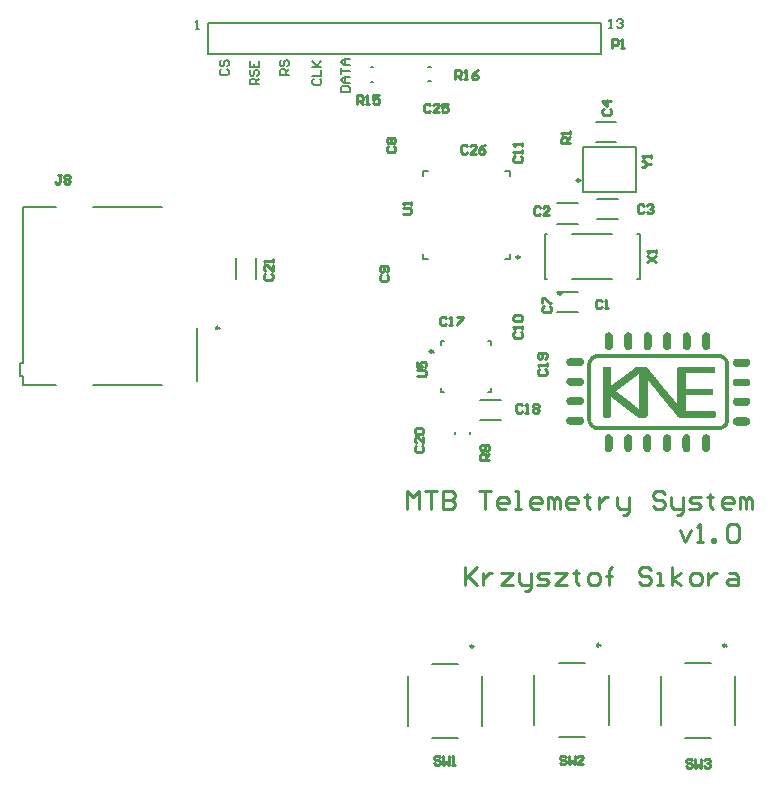
<source format=gto>
%FSLAX23Y23*%
%MOIN*%
%SFA1B1*%

%IPPOS*%
%ADD10C,0.009840*%
%ADD11C,0.009450*%
%ADD12C,0.007870*%
%ADD13C,0.010000*%
%ADD14C,0.005000*%
%ADD15C,0.006000*%
%LNmtb_telemetry_system_pcb-1*%
%LPD*%
G36*
X6101Y3456D02*
X6103D01*
Y3456*
X6104*
Y3455*
X6105*
Y3455*
X6106*
Y3454*
X6107*
Y3453*
X6108*
Y3453*
X6108*
Y3452*
X6109*
Y3451*
X6109*
Y3450*
X6110*
Y3449*
X6111*
Y3448*
X6111*
Y3424*
Y3423*
Y3408*
X6111*
Y3406*
X6110*
Y3405*
X6109*
Y3405*
X6109*
Y3403*
X6108*
Y3403*
X6108*
Y3402*
X6107*
Y3402*
X6107*
Y3401*
X6105*
Y3401*
X6105*
Y3400*
X6104*
Y3399*
X6102*
Y3399*
X6099*
Y3398*
X6097*
Y3399*
X6094*
Y3399*
X6093*
Y3400*
X6091*
Y3401*
X6090*
Y3401*
X6090*
Y3402*
X6089*
Y3402*
X6089*
Y3403*
X6088*
Y3403*
X6087*
Y3404*
X6087*
Y3405*
X6086*
Y3406*
X6086*
Y3408*
X6085*
Y3409*
X6084*
Y3446*
X6085*
Y3448*
X6086*
Y3449*
X6086*
Y3451*
X6087*
Y3452*
X6087*
Y3452*
X6088*
Y3453*
X6089*
Y3453*
X6089*
Y3454*
X6090*
Y3455*
X6090*
Y3455*
X6091*
Y3456*
X6093*
Y3456*
X6094*
Y3457*
X6101*
Y3456*
G37*
G36*
X6036D02*
X6038D01*
Y3456*
X6039*
Y3455*
X6040*
Y3455*
X6041*
Y3454*
X6041*
Y3453*
X6042*
Y3453*
X6043*
Y3452*
X6043*
Y3452*
X6044*
Y3451*
X6044*
Y3449*
X6045*
Y3448*
X6045*
Y3446*
X6046*
Y3410*
X6045*
Y3408*
X6045*
Y3406*
X6044*
Y3405*
X6044*
Y3404*
X6043*
Y3403*
X6043*
Y3403*
X6042*
Y3402*
X6041*
Y3402*
X6041*
Y3401*
X6040*
Y3401*
X6039*
Y3400*
X6038*
Y3399*
X6036*
Y3399*
X6033*
Y3398*
X6032*
Y3399*
X6029*
Y3399*
X6027*
Y3400*
X6026*
Y3401*
X6025*
Y3401*
X6024*
Y3402*
X6023*
Y3402*
X6023*
Y3403*
X6022*
Y3403*
X6022*
Y3405*
X6021*
Y3405*
X6020*
Y3406*
X6020*
Y3408*
X6019*
Y3412*
X6019*
Y3441*
X6019*
Y3442*
X6019*
Y3444*
X6019*
Y3448*
X6020*
Y3449*
X6020*
Y3451*
X6021*
Y3451*
X6022*
Y3452*
X6022*
Y3453*
X6023*
Y3453*
X6023*
Y3454*
X6025*
Y3455*
X6025*
Y3455*
X6026*
Y3456*
X6027*
Y3456*
X6029*
Y3457*
X6036*
Y3456*
G37*
G36*
X5971D02*
X5973D01*
Y3456*
X5975*
Y3455*
X5975*
Y3455*
X5976*
Y3454*
X5977*
Y3453*
X5977*
Y3453*
X5978*
Y3452*
X5979*
Y3452*
X5979*
Y3451*
X5980*
Y3449*
X5980*
Y3448*
X5981*
Y3446*
X5982*
Y3410*
X5981*
Y3408*
X5980*
Y3406*
X5980*
Y3405*
X5979*
Y3404*
X5979*
Y3403*
X5978*
Y3403*
X5977*
Y3402*
X5977*
Y3402*
X5976*
Y3401*
X5976*
Y3401*
X5975*
Y3400*
X5973*
Y3399*
X5972*
Y3399*
X5969*
Y3398*
X5968*
Y3399*
X5964*
Y3399*
X5962*
Y3400*
X5961*
Y3401*
X5960*
Y3401*
X5959*
Y3402*
X5959*
Y3402*
X5958*
Y3403*
X5958*
Y3403*
X5957*
Y3404*
X5957*
Y3405*
X5956*
Y3406*
X5955*
Y3408*
X5955*
Y3410*
X5954*
Y3416*
Y3417*
Y3445*
X5955*
Y3448*
X5955*
Y3449*
X5956*
Y3451*
X5957*
Y3451*
X5957*
Y3452*
X5958*
Y3453*
X5958*
Y3453*
X5959*
Y3454*
X5959*
Y3455*
X5961*
Y3455*
X5962*
Y3456*
X5963*
Y3456*
X5964*
Y3457*
X5971*
Y3456*
G37*
G36*
X5907D02*
X5908D01*
Y3456*
X5909*
Y3455*
X5910*
Y3455*
X5911*
Y3454*
X5912*
Y3453*
X5912*
Y3453*
X5913*
Y3452*
X5914*
Y3451*
X5914*
Y3450*
X5915*
Y3449*
X5915*
Y3448*
X5916*
Y3408*
X5915*
Y3406*
X5915*
Y3405*
X5914*
Y3405*
X5914*
Y3403*
X5913*
Y3403*
X5912*
Y3402*
X5912*
Y3402*
X5911*
Y3401*
X5911*
Y3401*
X5909*
Y3400*
X5908*
Y3399*
X5907*
Y3399*
X5904*
Y3398*
X5901*
Y3399*
X5898*
Y3399*
X5897*
Y3400*
X5895*
Y3401*
X5894*
Y3401*
X5894*
Y3402*
X5893*
Y3402*
X5893*
Y3403*
X5892*
Y3403*
X5891*
Y3405*
X5891*
Y3405*
X5890*
Y3406*
X5890*
Y3408*
X5889*
Y3447*
X5890*
Y3449*
X5890*
Y3451*
X5891*
Y3451*
X5891*
Y3452*
X5892*
Y3453*
X5893*
Y3453*
X5893*
Y3454*
X5894*
Y3455*
X5895*
Y3455*
X5895*
Y3456*
X5897*
Y3456*
X5898*
Y3457*
X5907*
Y3456*
G37*
G36*
X5842D02*
X5844D01*
Y3456*
X5845*
Y3455*
X5846*
Y3455*
X5847*
Y3454*
X5848*
Y3453*
X5848*
Y3453*
X5849*
Y3452*
X5850*
Y3451*
X5850*
Y3450*
X5851*
Y3449*
X5851*
Y3447*
X5852*
Y3409*
X5851*
Y3406*
X5851*
Y3406*
X5850*
Y3405*
X5850*
Y3403*
X5849*
Y3403*
X5848*
Y3402*
X5848*
Y3402*
X5847*
Y3401*
X5846*
Y3401*
X5845*
Y3400*
X5844*
Y3399*
X5843*
Y3399*
X5840*
Y3398*
X5837*
Y3399*
X5834*
Y3399*
X5833*
Y3400*
X5832*
Y3401*
X5831*
Y3401*
X5830*
Y3402*
X5829*
Y3402*
X5829*
Y3403*
X5828*
Y3404*
X5827*
Y3405*
X5827*
Y3406*
X5826*
Y3407*
X5826*
Y3409*
X5825*
Y3447*
X5826*
Y3448*
Y3448*
Y3449*
X5826*
Y3450*
X5827*
Y3451*
X5827*
Y3452*
X5828*
Y3452*
X5829*
Y3453*
X5829*
Y3454*
X5830*
Y3455*
X5831*
Y3455*
X5832*
Y3456*
X5833*
Y3456*
X5835*
Y3457*
X5842*
Y3456*
G37*
G36*
X5777D02*
X5779D01*
Y3456*
X5780*
Y3455*
X5781*
Y3455*
X5782*
Y3454*
X5782*
Y3453*
X5783*
Y3453*
X5783*
Y3452*
X5784*
Y3452*
X5784*
Y3451*
X5785*
Y3450*
X5786*
Y3448*
X5786*
Y3446*
X5787*
Y3409*
X5786*
Y3408*
X5786*
Y3406*
X5785*
Y3405*
X5784*
Y3404*
X5784*
Y3403*
X5783*
Y3402*
X5783*
Y3402*
X5782*
Y3401*
X5781*
Y3401*
X5780*
Y3400*
X5779*
Y3399*
X5777*
Y3399*
X5775*
Y3398*
X5771*
Y3399*
X5769*
Y3399*
X5767*
Y3400*
X5766*
Y3401*
X5765*
Y3401*
X5765*
Y3402*
X5763*
Y3402*
X5763*
Y3403*
X5762*
Y3404*
X5762*
Y3405*
X5761*
Y3406*
X5761*
Y3407*
X5760*
Y3409*
X5759*
Y3446*
X5760*
Y3448*
X5761*
Y3449*
Y3450*
X5761*
Y3451*
X5762*
Y3452*
X5762*
Y3452*
X5763*
Y3453*
X5763*
Y3453*
X5764*
Y3454*
X5765*
Y3455*
X5765*
Y3455*
X5766*
Y3456*
X5768*
Y3456*
X5769*
Y3457*
X5777*
Y3456*
G37*
G36*
X5681Y3371D02*
X5683D01*
Y3370*
X5684*
Y3370*
X5684*
Y3369*
X5686*
Y3369*
X5686*
Y3368*
X5687*
Y3367*
X5687*
Y3367*
X5688*
Y3366*
X5688*
Y3365*
X5689*
Y3364*
X5690*
Y3362*
X5690*
Y3359*
X5691*
Y3357*
X5690*
Y3354*
X5690*
Y3352*
X5689*
Y3352*
X5688*
Y3351*
X5688*
Y3350*
X5687*
Y3349*
X5687*
Y3348*
X5686*
Y3348*
X5685*
Y3347*
X5684*
Y3346*
X5683*
Y3346*
X5682*
Y3345*
X5680*
Y3345*
X5642*
Y3345*
X5640*
Y3346*
X5639*
Y3346*
X5638*
Y3347*
X5637*
Y3348*
X5637*
Y3348*
X5636*
Y3349*
X5636*
Y3349*
X5635*
Y3350*
X5634*
Y3351*
X5634*
Y3352*
X5633*
Y3353*
X5633*
Y3355*
X5632*
Y3362*
X5633*
Y3363*
X5633*
Y3364*
X5634*
Y3366*
X5634*
Y3367*
X5635*
Y3367*
X5636*
Y3368*
X5636*
Y3369*
X5637*
Y3369*
X5638*
Y3370*
X5639*
Y3370*
X5640*
Y3371*
X5641*
Y3371*
X5681*
Y3371*
G37*
G36*
X6234Y3369D02*
X6236D01*
Y3368*
X6237*
Y3367*
X6239*
Y3367*
X6240*
Y3366*
X6240*
Y3366*
X6241*
Y3365*
X6241*
Y3364*
X6242*
Y3364*
X6243*
Y3363*
X6243*
Y3362*
X6244*
Y3361*
X6244*
Y3359*
X6245*
Y3352*
X6244*
Y3351*
X6244*
Y3349*
X6243*
Y3348*
X6243*
Y3348*
X6242*
Y3346*
X6241*
Y3346*
X6241*
Y3345*
X6240*
Y3345*
X6239*
Y3344*
X6239*
Y3344*
X6237*
Y3343*
X6236*
Y3342*
X6233*
Y3342*
X6199*
Y3342*
X6196*
Y3343*
X6194*
Y3344*
X6193*
Y3344*
X6192*
Y3345*
X6191*
Y3345*
X6191*
Y3346*
X6190*
Y3346*
X6190*
Y3347*
X6189*
Y3348*
X6189*
Y3349*
X6188*
Y3350*
X6187*
Y3352*
X6187*
Y3355*
X6186*
Y3356*
X6187*
Y3359*
X6187*
Y3361*
X6188*
Y3362*
X6189*
Y3363*
X6189*
Y3364*
X6190*
Y3364*
X6190*
Y3365*
X6191*
Y3366*
X6191*
Y3366*
X6192*
Y3367*
X6193*
Y3367*
X6194*
Y3368*
X6196*
Y3369*
X6198*
Y3369*
X6234*
Y3369*
G37*
G36*
X5679Y3306D02*
X5681D01*
Y3305*
X5683*
Y3305*
X5684*
Y3304*
X5685*
Y3303*
X5686*
Y3303*
X5686*
Y3302*
X5687*
Y3302*
X5687*
Y3301*
X5688*
Y3301*
X5688*
Y3299*
X5689*
Y3298*
X5690*
Y3297*
X5690*
Y3294*
X5691*
Y3292*
X5690*
Y3289*
X5690*
Y3287*
X5689*
Y3286*
X5688*
Y3285*
X5688*
Y3284*
X5687*
Y3284*
X5687*
Y3283*
X5686*
Y3283*
X5686*
Y3282*
X5685*
Y3281*
X5684*
Y3281*
X5683*
Y3280*
X5681*
Y3280*
X5678*
Y3279*
X5644*
Y3280*
X5641*
Y3280*
X5640*
Y3281*
X5638*
Y3281*
X5638*
Y3282*
X5637*
Y3283*
X5636*
Y3283*
X5636*
Y3284*
X5635*
Y3285*
X5634*
Y3285*
X5634*
Y3287*
X5633*
Y3288*
X5633*
Y3289*
X5632*
Y3296*
X5633*
Y3298*
X5633*
Y3299*
X5634*
Y3300*
X5634*
Y3301*
X5635*
Y3302*
X5636*
Y3302*
X5636*
Y3303*
X5637*
Y3303*
X5637*
Y3304*
X5638*
Y3305*
X5640*
Y3305*
X5641*
Y3306*
X5643*
Y3306*
X5679*
Y3306*
G37*
G36*
X6236Y3303D02*
X6237D01*
Y3302*
X6238*
Y3302*
X6239*
Y3301*
X6240*
Y3301*
X6241*
Y3300*
X6241*
Y3299*
X6242*
Y3298*
X6243*
Y3298*
X6243*
Y3296*
X6244*
Y3295*
X6244*
Y3294*
X6245*
Y3287*
X6244*
Y3285*
X6244*
Y3284*
X6243*
Y3283*
X6243*
Y3282*
X6242*
Y3281*
X6241*
Y3280*
X6240*
Y3280*
X6240*
Y3279*
X6239*
Y3278*
X6238*
Y3278*
X6237*
Y3277*
X6235*
Y3277*
X6197*
Y3277*
X6195*
Y3278*
X6194*
Y3278*
X6193*
Y3279*
X6192*
Y3280*
X6191*
Y3280*
X6190*
Y3281*
X6190*
Y3281*
X6189*
Y3283*
X6189*
Y3283*
X6188*
Y3284*
X6187*
Y3286*
X6187*
Y3289*
X6186*
Y3291*
X6187*
Y3294*
X6187*
Y3296*
X6188*
Y3297*
X6189*
Y3298*
X6189*
Y3299*
X6190*
Y3299*
X6190*
Y3300*
X6191*
Y3301*
X6191*
Y3301*
X6193*
Y3302*
X6193*
Y3302*
X6194*
Y3303*
X6196*
Y3303*
X6236*
Y3303*
G37*
G36*
X5679Y3241D02*
X5681D01*
Y3241*
X5683*
Y3240*
X5684*
Y3239*
X5685*
Y3239*
X5686*
Y3238*
X5686*
Y3238*
X5687*
Y3237*
X5687*
Y3237*
X5688*
Y3236*
X5688*
Y3235*
X5689*
Y3234*
X5690*
Y3232*
X5690*
Y3228*
X5691*
Y3227*
X5690*
Y3224*
X5690*
Y3223*
X5689*
Y3221*
X5688*
Y3220*
X5688*
Y3220*
X5687*
Y3219*
X5687*
Y3219*
X5686*
Y3218*
X5686*
Y3217*
X5685*
Y3217*
X5684*
Y3216*
X5683*
Y3216*
X5681*
Y3215*
X5679*
Y3214*
X5643*
Y3215*
X5641*
Y3216*
X5640*
Y3216*
X5638*
Y3217*
X5637*
Y3217*
X5637*
Y3218*
X5636*
Y3219*
X5636*
Y3219*
X5635*
Y3220*
X5634*
Y3221*
X5634*
Y3221*
X5633*
Y3223*
X5633*
Y3225*
X5632*
Y3232*
X5633*
Y3233*
X5633*
Y3234*
X5634*
Y3235*
X5634*
Y3237*
X5635*
Y3237*
X5636*
Y3238*
X5636*
Y3238*
X5637*
Y3239*
X5638*
Y3239*
X5638*
Y3240*
X5640*
Y3241*
X5641*
Y3241*
X5644*
Y3242*
X5679*
Y3241*
G37*
G36*
X6235Y3238D02*
X6237D01*
Y3238*
X6238*
Y3237*
X6239*
Y3237*
X6240*
Y3236*
X6240*
Y3235*
X6241*
Y3235*
X6241*
Y3234*
X6242*
Y3234*
X6243*
Y3233*
X6243*
Y3232*
X6244*
Y3231*
X6244*
Y3229*
X6245*
Y3222*
X6244*
Y3220*
X6244*
Y3219*
X6243*
Y3218*
X6243*
Y3217*
X6242*
Y3216*
X6241*
Y3216*
X6241*
Y3215*
X6240*
Y3214*
X6239*
Y3214*
X6238*
Y3213*
X6237*
Y3213*
X6236*
Y3212*
X6197*
Y3213*
X6194*
Y3213*
X6193*
Y3214*
X6193*
Y3214*
X6191*
Y3215*
X6191*
Y3216*
X6190*
Y3216*
X6190*
Y3217*
X6189*
Y3218*
X6189*
Y3219*
X6188*
Y3220*
X6187*
Y3221*
X6187*
Y3224*
X6186*
Y3227*
X6187*
Y3230*
X6187*
Y3231*
X6188*
Y3233*
X6189*
Y3233*
X6189*
Y3234*
X6190*
Y3235*
X6190*
Y3235*
X6191*
Y3236*
X6192*
Y3237*
X6193*
Y3237*
X6194*
Y3238*
X6195*
Y3238*
X6197*
Y3239*
X6235*
Y3238*
G37*
G36*
X5681Y3176D02*
X5682D01*
Y3175*
X5684*
Y3174*
X5684*
Y3174*
X5686*
Y3173*
X5686*
Y3173*
X5687*
Y3172*
X5687*
Y3171*
X5688*
Y3170*
X5688*
Y3170*
X5689*
Y3169*
X5690*
Y3167*
X5690*
Y3164*
X5691*
Y3161*
X5690*
Y3158*
X5690*
Y3157*
X5689*
Y3156*
X5688*
Y3155*
X5688*
Y3154*
X5687*
Y3153*
X5687*
Y3153*
X5686*
Y3152*
X5686*
Y3152*
X5685*
Y3151*
X5684*
Y3151*
X5683*
Y3150*
X5681*
Y3149*
X5676*
Y3149*
X5646*
Y3149*
X5641*
Y3150*
X5640*
Y3151*
X5638*
Y3151*
X5638*
Y3152*
X5637*
Y3152*
X5636*
Y3153*
X5636*
Y3153*
X5635*
Y3154*
X5634*
Y3155*
X5634*
Y3156*
X5633*
Y3157*
X5633*
Y3159*
X5632*
Y3167*
X5633*
Y3168*
X5633*
Y3170*
X5634*
Y3170*
X5634*
Y3171*
X5635*
Y3172*
X5636*
Y3173*
X5636*
Y3173*
X5637*
Y3174*
X5638*
Y3174*
X5639*
Y3175*
X5640*
Y3176*
X5642*
Y3176*
X5681*
Y3176*
G37*
G36*
X6234Y3173D02*
X6236D01*
Y3173*
X6237*
Y3172*
X6239*
Y3171*
X6240*
Y3171*
X6240*
Y3170*
X6241*
Y3170*
X6241*
Y3169*
X6242*
Y3169*
X6243*
Y3168*
X6243*
Y3167*
X6244*
Y3166*
X6244*
Y3164*
X6245*
Y3156*
X6244*
Y3155*
X6244*
Y3153*
X6243*
Y3152*
X6243*
Y3152*
X6242*
Y3151*
X6241*
Y3151*
X6241*
Y3150*
X6240*
Y3149*
X6240*
Y3149*
X6239*
Y3148*
X6238*
Y3148*
X6236*
Y3147*
X6234*
Y3146*
X6197*
Y3147*
X6195*
Y3148*
X6194*
Y3148*
X6193*
Y3149*
X6192*
Y3149*
X6191*
Y3150*
X6190*
Y3151*
X6190*
Y3152*
X6189*
Y3152*
X6189*
Y3153*
X6188*
Y3154*
X6187*
Y3156*
X6187*
Y3158*
X6186*
Y3162*
X6187*
Y3164*
X6187*
Y3166*
X6188*
Y3167*
X6189*
Y3168*
X6189*
Y3169*
X6190*
Y3169*
X6190*
Y3170*
X6191*
Y3170*
X6191*
Y3171*
X6192*
Y3171*
X6193*
Y3172*
X6194*
Y3173*
X6196*
Y3173*
X6198*
Y3174*
X6234*
Y3173*
G37*
G36*
X6143Y3384D02*
X6147D01*
Y3384*
X6149*
Y3383*
X6151*
Y3383*
X6152*
Y3382*
X6154*
Y3381*
X6155*
Y3381*
X6156*
Y3380*
X6157*
Y3380*
X6158*
Y3379*
X6159*
Y3378*
X6160*
Y3378*
X6161*
Y3377*
X6161*
Y3377*
X6162*
Y3376*
X6163*
Y3376*
X6164*
Y3375*
X6164*
Y3374*
X6165*
Y3374*
X6165*
Y3373*
X6166*
Y3373*
X6166*
Y3371*
X6167*
Y3371*
X6168*
Y3370*
X6168*
Y3369*
X6169*
Y3369*
X6169*
Y3367*
X6170*
Y3367*
X6171*
Y3366*
X6171*
Y3364*
X6172*
Y3363*
X6172*
Y3362*
X6173*
Y3360*
X6173*
Y3358*
X6174*
Y3355*
X6175*
Y3161*
X6174*
Y3158*
X6173*
Y3156*
X6173*
Y3154*
X6172*
Y3153*
X6172*
Y3151*
X6171*
Y3150*
X6171*
Y3149*
X6170*
Y3148*
X6169*
Y3147*
X6169*
Y3146*
X6168*
Y3145*
X6168*
Y3145*
X6167*
Y3144*
X6166*
Y3143*
X6166*
Y3142*
X6165*
Y3142*
X6165*
Y3141*
X6164*
Y3141*
X6164*
Y3140*
X6163*
Y3139*
X6162*
Y3139*
X6161*
Y3138*
X6161*
Y3138*
X6160*
Y3137*
X6159*
Y3137*
X6158*
Y3136*
X6157*
Y3135*
X6156*
Y3135*
X6155*
Y3134*
X6154*
Y3134*
X6152*
Y3133*
X6151*
Y3132*
X6149*
Y3132*
X6147*
Y3131*
X6143*
Y3131*
X5734*
Y3131*
X5730*
Y3132*
X5728*
Y3132*
X5726*
Y3133*
X5725*
Y3134*
X5723*
Y3134*
X5722*
Y3135*
X5721*
Y3135*
X5720*
Y3136*
X5719*
Y3137*
X5718*
Y3137*
X5717*
Y3138*
X5716*
Y3138*
X5716*
Y3139*
X5715*
Y3139*
X5714*
Y3140*
X5713*
Y3141*
X5713*
Y3141*
X5712*
Y3142*
X5712*
Y3142*
X5711*
Y3143*
X5711*
Y3144*
X5710*
Y3145*
X5709*
Y3145*
X5709*
Y3146*
X5708*
Y3147*
X5708*
Y3148*
X5707*
Y3149*
X5706*
Y3150*
X5706*
Y3151*
X5705*
Y3153*
X5705*
Y3154*
X5704*
Y3156*
X5704*
Y3158*
X5703*
Y3161*
X5702*
Y3355*
X5703*
Y3358*
X5704*
Y3360*
X5704*
Y3362*
X5705*
Y3363*
X5705*
Y3364*
X5706*
Y3366*
X5706*
Y3367*
X5707*
Y3367*
X5708*
Y3369*
X5708*
Y3369*
X5709*
Y3370*
X5709*
Y3371*
X5710*
Y3371*
X5711*
Y3373*
X5711*
Y3373*
X5712*
Y3374*
X5712*
Y3374*
X5713*
Y3375*
X5713*
Y3376*
X5714*
Y3376*
X5715*
Y3377*
X5716*
Y3377*
X5716*
Y3378*
X5717*
Y3378*
X5718*
Y3379*
X5719*
Y3380*
X5720*
Y3380*
X5721*
Y3381*
X5722*
Y3381*
X5723*
Y3382*
X5725*
Y3383*
X5726*
Y3383*
X5728*
Y3384*
X5730*
Y3384*
X5734*
Y3385*
X6143*
Y3384*
G37*
G36*
X6099Y3117D02*
X6101D01*
Y3116*
X6103*
Y3116*
X6104*
Y3115*
X6105*
Y3114*
X6106*
Y3114*
X6107*
Y3113*
X6107*
Y3113*
X6108*
Y3112*
X6108*
Y3111*
X6109*
Y3110*
X6109*
Y3109*
X6110*
Y3107*
X6111*
Y3068*
X6110*
Y3067*
X6109*
Y3066*
X6109*
Y3064*
X6108*
Y3064*
X6108*
Y3063*
X6107*
Y3062*
X6107*
Y3062*
X6106*
Y3061*
X6105*
Y3060*
X6104*
Y3060*
X6102*
Y3059*
X6101*
Y3059*
X6094*
Y3059*
X6092*
Y3060*
X6091*
Y3060*
X6090*
Y3061*
X6089*
Y3062*
X6089*
Y3062*
X6088*
Y3063*
X6087*
Y3063*
X6087*
Y3064*
X6086*
Y3064*
X6086*
Y3066*
X6085*
Y3067*
X6084*
Y3069*
X6084*
Y3107*
X6084*
Y3109*
X6085*
Y3110*
X6086*
Y3111*
X6086*
Y3112*
X6087*
Y3113*
X6087*
Y3113*
X6088*
Y3114*
X6089*
Y3114*
X6090*
Y3115*
X6090*
Y3116*
X6091*
Y3116*
X6093*
Y3117*
X6096*
Y3117*
X6099*
Y3117*
G37*
G36*
X6033D02*
X6036D01*
Y3116*
X6037*
Y3116*
X6039*
Y3115*
X6040*
Y3114*
X6040*
Y3114*
X6041*
Y3113*
X6041*
Y3113*
X6042*
Y3112*
X6043*
Y3112*
X6043*
Y3110*
X6044*
Y3109*
X6044*
Y3108*
X6045*
Y3106*
X6045*
Y3070*
X6045*
Y3067*
X6044*
Y3066*
X6044*
Y3065*
X6043*
Y3064*
X6043*
Y3063*
X6042*
Y3063*
X6041*
Y3062*
X6041*
Y3062*
X6040*
Y3061*
X6039*
Y3060*
X6039*
Y3060*
X6037*
Y3059*
X6035*
Y3059*
X6029*
Y3059*
X6027*
Y3060*
X6026*
Y3060*
X6025*
Y3061*
X6024*
Y3062*
X6023*
Y3062*
X6022*
Y3063*
X6022*
Y3063*
X6021*
Y3064*
X6020*
Y3065*
X6020*
Y3066*
X6019*
Y3068*
X6019*
Y3071*
X6018*
Y3105*
X6019*
Y3107*
X6019*
Y3109*
X6020*
Y3110*
X6020*
Y3111*
X6021*
Y3112*
X6022*
Y3113*
X6022*
Y3113*
X6023*
Y3114*
X6023*
Y3114*
X6025*
Y3115*
X6025*
Y3116*
X6026*
Y3116*
X6028*
Y3117*
X6031*
Y3117*
X6033*
Y3117*
G37*
G36*
X5968D02*
X5971D01*
Y3116*
X5973*
Y3116*
X5974*
Y3115*
X5975*
Y3114*
X5976*
Y3114*
X5976*
Y3113*
X5977*
Y3113*
X5977*
Y3112*
X5978*
Y3112*
X5979*
Y3110*
X5979*
Y3109*
X5980*
Y3108*
X5980*
Y3105*
X5981*
Y3080*
Y3080*
Y3070*
X5980*
Y3068*
X5980*
Y3066*
X5979*
Y3065*
X5979*
Y3064*
X5978*
Y3063*
X5977*
Y3063*
X5977*
Y3062*
X5976*
Y3062*
X5976*
Y3061*
X5975*
Y3060*
X5973*
Y3060*
X5972*
Y3059*
X5970*
Y3059*
X5964*
Y3059*
X5962*
Y3060*
X5961*
Y3060*
X5960*
Y3061*
X5959*
Y3062*
X5958*
Y3062*
X5958*
Y3063*
X5957*
Y3063*
X5957*
Y3064*
X5956*
Y3065*
X5955*
Y3066*
X5955*
Y3068*
X5954*
Y3070*
X5954*
Y3105*
X5954*
Y3108*
X5955*
Y3109*
X5955*
Y3110*
X5956*
Y3112*
X5957*
Y3112*
X5957*
Y3113*
X5958*
Y3113*
X5958*
Y3114*
X5959*
Y3114*
X5959*
Y3115*
X5961*
Y3116*
X5962*
Y3116*
X5964*
Y3117*
X5966*
Y3117*
X5968*
Y3117*
G37*
G36*
X5904D02*
X5907D01*
Y3116*
X5908*
Y3116*
X5909*
Y3115*
X5910*
Y3114*
X5911*
Y3114*
X5911*
Y3113*
X5912*
Y3113*
X5912*
Y3112*
X5913*
Y3111*
X5914*
Y3110*
X5914*
Y3109*
X5915*
Y3107*
X5915*
Y3069*
X5915*
Y3067*
X5914*
Y3066*
X5914*
Y3064*
X5913*
Y3064*
X5912*
Y3063*
X5912*
Y3062*
X5911*
Y3062*
X5910*
Y3061*
X5909*
Y3060*
X5908*
Y3060*
X5907*
Y3059*
X5906*
Y3059*
X5898*
Y3059*
X5896*
Y3060*
X5895*
Y3060*
X5894*
Y3061*
X5893*
Y3062*
X5893*
Y3062*
X5892*
Y3063*
X5891*
Y3063*
X5891*
Y3064*
X5890*
Y3065*
X5890*
Y3067*
X5889*
Y3068*
X5888*
Y3092*
Y3093*
Y3107*
X5889*
Y3109*
X5890*
Y3110*
X5890*
Y3112*
X5891*
Y3112*
X5891*
Y3113*
X5892*
Y3113*
X5893*
Y3114*
X5893*
Y3114*
X5894*
Y3115*
X5895*
Y3116*
X5896*
Y3116*
X5897*
Y3117*
X5900*
Y3117*
X5904*
Y3117*
G37*
G36*
X5839D02*
X5842D01*
Y3116*
X5844*
Y3116*
X5845*
Y3115*
X5845*
Y3114*
X5847*
Y3114*
X5847*
Y3113*
X5848*
Y3113*
X5848*
Y3112*
X5849*
Y3111*
X5850*
Y3110*
X5850*
Y3109*
X5851*
Y3107*
X5851*
Y3069*
X5851*
Y3067*
X5850*
Y3066*
X5850*
Y3064*
X5849*
Y3064*
X5848*
Y3063*
X5848*
Y3062*
X5847*
Y3062*
X5846*
Y3061*
X5845*
Y3060*
X5844*
Y3060*
X5843*
Y3059*
X5841*
Y3059*
X5834*
Y3059*
X5833*
Y3060*
X5832*
Y3060*
X5830*
Y3061*
X5830*
Y3062*
X5829*
Y3062*
X5828*
Y3063*
X5827*
Y3064*
X5827*
Y3064*
X5826*
Y3066*
X5826*
Y3067*
X5825*
Y3069*
X5825*
Y3107*
X5825*
Y3109*
X5826*
Y3110*
X5826*
Y3111*
X5827*
Y3112*
X5827*
Y3113*
X5828*
Y3113*
X5829*
Y3114*
X5829*
Y3114*
X5830*
Y3115*
X5831*
Y3116*
X5832*
Y3116*
X5834*
Y3117*
X5837*
Y3117*
X5839*
Y3117*
G37*
G36*
X5775D02*
X5777D01*
Y3116*
X5779*
Y3116*
X5779*
Y3115*
X5780*
Y3114*
X5781*
Y3114*
X5782*
Y3113*
X5782*
Y3113*
X5783*
Y3112*
X5783*
Y3112*
X5784*
Y3111*
X5784*
Y3110*
X5785*
Y3108*
X5786*
Y3106*
X5786*
Y3070*
X5786*
Y3067*
X5785*
Y3066*
X5784*
Y3065*
X5784*
Y3064*
X5783*
Y3063*
X5783*
Y3063*
X5782*
Y3062*
X5782*
Y3062*
X5781*
Y3061*
X5780*
Y3060*
X5779*
Y3060*
X5778*
Y3059*
X5776*
Y3059*
X5769*
Y3059*
X5767*
Y3060*
X5766*
Y3060*
X5765*
Y3061*
X5764*
Y3062*
X5763*
Y3062*
X5763*
Y3063*
X5762*
Y3063*
X5762*
Y3064*
X5761*
Y3064*
X5761*
Y3066*
X5760*
Y3067*
X5759*
Y3069*
X5759*
Y3106*
X5759*
Y3109*
X5760*
Y3110*
X5761*
Y3111*
X5761*
Y3112*
X5762*
Y3113*
X5762*
Y3113*
X5763*
Y3114*
X5763*
Y3114*
X5765*
Y3115*
X5765*
Y3116*
X5766*
Y3116*
X5768*
Y3117*
X5770*
Y3117*
X5775*
Y3117*
G37*
%LNmtb_telemetry_system_pcb-2*%
%LPC*%
G36*
X6144Y3372D02*
X5733D01*
Y3371*
X5731*
Y3371*
X5729*
Y3370*
X5728*
Y3370*
X5727*
Y3369*
X5726*
Y3369*
X5725*
Y3368*
X5724*
Y3367*
X5723*
Y3367*
X5723*
Y3366*
X5722*
Y3366*
X5722*
Y3365*
X5721*
Y3364*
X5720*
Y3364*
X5720*
Y3363*
X5719*
Y3363*
X5719*
Y3362*
X5718*
Y3361*
X5718*
Y3360*
X5717*
Y3359*
X5716*
Y3357*
X5716*
Y3355*
X5715*
Y3352*
X5715*
Y3164*
X5715*
Y3160*
X5716*
Y3159*
X5716*
Y3157*
X5717*
Y3156*
X5718*
Y3155*
X5718*
Y3154*
X5719*
Y3153*
X5719*
Y3152*
X5720*
Y3152*
X5720*
Y3151*
X5721*
Y3151*
X5722*
Y3150*
X5722*
Y3149*
X5723*
Y3148*
X5724*
Y3148*
X5725*
Y3147*
X5726*
Y3146*
X5727*
Y3146*
X5728*
Y3145*
X5729*
Y3145*
X5730*
Y3144*
X5733*
Y3144*
X6144*
Y3144*
X6147*
Y3145*
X6148*
Y3145*
X6149*
Y3146*
X6150*
Y3146*
X6151*
Y3147*
X6152*
Y3148*
X6153*
Y3148*
X6154*
Y3149*
X6154*
Y3149*
X6155*
Y3150*
X6155*
Y3151*
X6156*
Y3151*
X6157*
Y3152*
X6157*
Y3152*
X6158*
Y3153*
X6158*
Y3154*
X6159*
Y3155*
X6159*
Y3156*
X6160*
Y3157*
X6161*
Y3159*
X6161*
Y3160*
X6162*
Y3164*
X6162*
Y3306*
Y3306*
Y3352*
X6162*
Y3355*
X6161*
Y3357*
X6161*
Y3359*
X6160*
Y3360*
X6159*
Y3360*
X6159*
Y3362*
X6158*
Y3363*
X6158*
Y3363*
X6157*
Y3364*
X6157*
Y3364*
X6156*
Y3365*
X6155*
Y3366*
X6155*
Y3366*
X6154*
Y3367*
X6154*
Y3367*
X6153*
Y3368*
X6152*
Y3369*
X6151*
Y3369*
X6150*
Y3370*
X6149*
Y3370*
X6148*
Y3371*
X6146*
Y3371*
X6144*
Y3372*
G37*
%LNmtb_telemetry_system_pcb-3*%
%LPD*%
G36*
X6122Y3342D02*
X6124D01*
Y3342*
X6125*
Y3341*
X6126*
Y3341*
X6126*
Y3340*
X6127*
Y3339*
X6127*
Y3337*
X6128*
Y3327*
X6127*
Y3325*
X6127*
Y3324*
X6126*
Y3323*
X6126*
Y3323*
X6125*
Y3322*
X6124*
Y3321*
X6123*
Y3321*
X6031*
Y3270*
X6117*
Y3269*
X6118*
Y3269*
X6119*
Y3268*
X6120*
Y3267*
X6121*
Y3266*
X6121*
Y3266*
X6122*
Y3252*
X6121*
Y3251*
X6121*
Y3251*
X6120*
Y3250*
X6119*
Y3249*
X6119*
Y3249*
X6118*
Y3248*
X6116*
Y3248*
X6031*
Y3195*
Y3195*
X6125*
Y3194*
X6126*
Y3194*
X6127*
Y3193*
X6128*
Y3192*
X6129*
Y3192*
X6129*
Y3191*
X6130*
Y3177*
X6129*
Y3176*
X6129*
Y3175*
X6127*
Y3174*
X6127*
Y3174*
X6126*
Y3173*
X6125*
Y3173*
X6009*
Y3173*
X6007*
Y3174*
X6006*
Y3174*
X6005*
Y3175*
X6004*
Y3176*
X6004*
Y3176*
X6002*
Y3177*
X6002*
Y3177*
X6001*
Y3178*
X6001*
Y3179*
X6000*
Y3180*
X6000*
Y3180*
X5999*
Y3181*
X5998*
Y3181*
X5998*
Y3182*
X5997*
Y3183*
X5997*
Y3184*
X5996*
Y3184*
X5995*
Y3185*
X5995*
Y3186*
X5994*
Y3187*
X5994*
Y3187*
X5993*
Y3188*
X5993*
Y3189*
X5992*
Y3189*
X5991*
Y3190*
X5991*
Y3191*
X5990*
Y3192*
X5990*
Y3192*
X5989*
Y3193*
X5989*
Y3194*
X5988*
Y3195*
X5987*
Y3195*
X5987*
Y3196*
X5986*
Y3196*
X5986*
Y3197*
X5985*
Y3198*
X5984*
Y3199*
X5984*
Y3199*
X5983*
Y3200*
X5983*
Y3201*
X5982*
Y3202*
X5982*
Y3202*
X5981*
Y3203*
X5980*
Y3203*
X5980*
Y3205*
X5979*
Y3205*
X5979*
Y3206*
X5978*
Y3206*
X5977*
Y3207*
X5977*
Y3208*
X5976*
Y3209*
X5976*
Y3209*
X5975*
Y3210*
X5975*
Y3211*
X5974*
Y3212*
X5973*
Y3212*
X5973*
Y3213*
X5972*
Y3214*
X5972*
Y3214*
X5971*
Y3215*
X5970*
Y3216*
X5970*
Y3216*
X5969*
Y3217*
X5969*
Y3218*
X5968*
Y3219*
X5968*
Y3219*
X5967*
Y3220*
X5966*
Y3221*
X5966*
Y3221*
X5965*
Y3222*
X5965*
Y3223*
X5964*
Y3224*
X5964*
Y3224*
X5963*
Y3225*
X5962*
Y3226*
X5962*
Y3227*
X5961*
Y3227*
X5961*
Y3228*
X5960*
Y3228*
X5959*
Y3230*
X5959*
Y3230*
X5958*
Y3231*
X5958*
Y3231*
X5957*
Y3232*
X5957*
Y3233*
X5956*
Y3234*
X5955*
Y3234*
X5955*
Y3235*
X5954*
Y3235*
X5954*
Y3237*
X5953*
Y3237*
X5952*
Y3238*
X5952*
Y3239*
X5951*
Y3239*
X5951*
Y3240*
X5950*
Y3241*
X5950*
Y3241*
X5949*
Y3242*
X5948*
Y3243*
X5948*
Y3244*
X5947*
Y3244*
X5947*
Y3245*
X5946*
Y3246*
X5945*
Y3246*
X5945*
Y3247*
X5944*
Y3248*
X5944*
Y3249*
X5943*
Y3249*
X5943*
Y3250*
X5942*
Y3251*
X5941*
Y3252*
X5941*
Y3252*
X5940*
Y3253*
X5940*
Y3253*
X5939*
Y3254*
X5939*
Y3255*
X5938*
Y3256*
X5937*
Y3256*
X5937*
Y3257*
X5936*
Y3258*
X5936*
Y3259*
X5935*
Y3259*
X5934*
Y3260*
X5934*
Y3260*
X5933*
Y3262*
X5933*
Y3262*
X5932*
Y3263*
X5932*
Y3263*
X5931*
Y3264*
X5930*
Y3265*
X5930*
Y3266*
X5929*
Y3266*
X5929*
Y3267*
X5928*
Y3268*
X5927*
Y3269*
X5927*
Y3269*
X5926*
Y3270*
X5926*
Y3271*
X5925*
Y3271*
X5925*
Y3272*
X5924*
Y3273*
X5923*
Y3274*
X5923*
Y3274*
X5922*
Y3275*
X5922*
Y3276*
X5921*
Y3276*
X5920*
Y3277*
X5920*
Y3278*
X5919*
Y3278*
X5919*
Y3279*
X5918*
Y3280*
X5918*
Y3281*
X5917*
Y3281*
X5916*
Y3282*
X5916*
Y3283*
X5915*
Y3284*
X5915*
Y3284*
X5914*
Y3285*
X5914*
Y3285*
X5913*
Y3287*
X5912*
Y3287*
X5912*
Y3288*
X5911*
Y3288*
X5911*
Y3289*
X5910*
Y3290*
X5909*
Y3291*
X5909*
Y3291*
X5908*
Y3292*
X5908*
Y3293*
X5907*
Y3294*
X5907*
Y3294*
X5906*
Y3295*
X5905*
Y3296*
X5905*
Y3296*
X5904*
Y3297*
X5904*
Y3298*
X5903*
Y3178*
X5902*
Y3177*
X5902*
Y3176*
X5901*
Y3176*
X5901*
Y3175*
X5900*
Y3174*
X5900*
Y3174*
X5898*
Y3173*
X5897*
Y3173*
X5873*
Y3173*
X5871*
Y3174*
X5869*
Y3174*
X5868*
Y3175*
X5867*
Y3176*
X5866*
Y3176*
X5866*
Y3177*
X5865*
Y3177*
X5864*
Y3178*
X5863*
Y3178*
X5862*
Y3179*
X5862*
Y3180*
X5861*
Y3180*
X5860*
Y3181*
X5859*
Y3181*
X5859*
Y3182*
X5858*
Y3182*
X5857*
Y3183*
X5857*
Y3184*
X5856*
Y3184*
X5855*
Y3185*
X5854*
Y3185*
X5854*
Y3186*
X5853*
Y3187*
X5852*
Y3187*
X5851*
Y3188*
X5851*
Y3188*
X5850*
Y3189*
X5849*
Y3189*
X5848*
Y3190*
X5848*
Y3191*
X5847*
Y3191*
X5846*
Y3192*
X5845*
Y3192*
X5845*
Y3193*
X5844*
Y3194*
X5843*
Y3194*
X5843*
Y3195*
X5841*
Y3195*
X5841*
Y3196*
X5840*
Y3196*
X5840*
Y3197*
X5838*
Y3198*
X5838*
Y3198*
X5837*
Y3199*
X5836*
Y3199*
X5836*
Y3200*
X5835*
Y3201*
X5834*
Y3201*
X5833*
Y3202*
X5833*
Y3202*
X5832*
Y3203*
X5831*
Y3203*
X5830*
Y3204*
X5830*
Y3205*
X5829*
Y3205*
X5828*
Y3206*
X5827*
Y3206*
X5827*
Y3207*
X5826*
Y3207*
X5825*
Y3208*
X5825*
Y3209*
X5824*
Y3209*
X5823*
Y3210*
X5822*
Y3210*
X5822*
Y3211*
X5820*
Y3212*
X5820*
Y3212*
X5819*
Y3213*
X5818*
Y3213*
X5818*
Y3214*
X5817*
Y3214*
X5816*
Y3215*
X5815*
Y3216*
X5815*
Y3216*
X5814*
Y3217*
X5813*
Y3217*
X5812*
Y3218*
X5812*
Y3219*
X5811*
Y3219*
X5810*
Y3220*
X5809*
Y3220*
X5809*
Y3221*
X5808*
Y3221*
X5807*
Y3222*
X5807*
Y3223*
X5806*
Y3223*
X5805*
Y3224*
X5804*
Y3224*
X5804*
Y3225*
X5802*
Y3226*
X5802*
Y3226*
X5801*
Y3227*
X5801*
Y3227*
X5800*
Y3228*
X5799*
Y3228*
X5798*
Y3229*
X5797*
Y3230*
X5797*
Y3230*
X5796*
Y3231*
X5795*
Y3231*
X5794*
Y3232*
X5794*
Y3233*
X5793*
Y3233*
X5792*
Y3234*
X5791*
Y3234*
X5791*
Y3235*
X5790*
Y3235*
X5789*
Y3236*
X5788*
Y3237*
X5788*
Y3237*
X5787*
Y3238*
X5786*
Y3238*
X5786*
Y3239*
X5785*
Y3239*
X5784*
Y3240*
X5783*
Y3241*
X5783*
Y3241*
X5782*
Y3177*
X5781*
Y3176*
X5780*
Y3176*
X5780*
Y3175*
X5779*
Y3174*
X5778*
Y3174*
X5777*
Y3173*
X5775*
Y3173*
X5759*
Y3173*
X5757*
Y3174*
X5756*
Y3174*
X5755*
Y3175*
X5755*
Y3176*
X5754*
Y3176*
X5754*
Y3177*
X5753*
Y3338*
X5754*
Y3339*
X5754*
Y3340*
X5755*
Y3341*
X5755*
Y3341*
X5757*
Y3342*
X5757*
Y3342*
X5759*
Y3343*
X5775*
Y3342*
X5777*
Y3342*
X5778*
Y3341*
X5779*
Y3341*
X5780*
Y3340*
X5780*
Y3339*
X5781*
Y3338*
X5782*
Y3280*
X5782*
Y3281*
X5783*
Y3281*
X5784*
Y3282*
X5784*
Y3283*
X5785*
Y3283*
X5786*
Y3284*
X5787*
Y3284*
X5788*
Y3285*
X5788*
Y3285*
X5789*
Y3286*
X5790*
Y3287*
X5791*
Y3287*
X5791*
Y3288*
X5793*
Y3288*
X5793*
Y3289*
X5794*
Y3289*
X5795*
Y3290*
X5795*
Y3291*
X5796*
Y3291*
X5797*
Y3292*
X5798*
Y3292*
X5798*
Y3293*
X5800*
Y3294*
X5800*
Y3294*
X5801*
Y3295*
X5802*
Y3295*
X5802*
Y3296*
X5803*
Y3296*
X5804*
Y3297*
X5805*
Y3298*
X5805*
Y3298*
X5807*
Y3299*
X5807*
Y3299*
X5808*
Y3300*
X5809*
Y3301*
X5809*
Y3301*
X5810*
Y3302*
X5811*
Y3302*
X5812*
Y3303*
X5812*
Y3303*
X5813*
Y3304*
X5814*
Y3305*
X5815*
Y3305*
X5816*
Y3306*
X5816*
Y3306*
X5817*
Y3307*
X5818*
Y3308*
X5819*
Y3308*
X5819*
Y3309*
X5820*
Y3309*
X5821*
Y3310*
X5822*
Y3310*
X5823*
Y3311*
X5823*
Y3312*
X5825*
Y3312*
X5825*
Y3313*
X5826*
Y3313*
X5826*
Y3314*
X5827*
Y3314*
X5828*
Y3315*
X5829*
Y3316*
X5830*
Y3316*
X5830*
Y3317*
X5832*
Y3317*
X5832*
Y3318*
X5833*
Y3319*
X5834*
Y3319*
X5834*
Y3320*
X5835*
Y3320*
X5836*
Y3321*
X5837*
Y3321*
X5837*
Y3322*
X5838*
Y3323*
X5839*
Y3323*
X5840*
Y3324*
X5841*
Y3324*
X5841*
Y3325*
X5842*
Y3326*
X5843*
Y3326*
X5844*
Y3327*
X5844*
Y3327*
X5845*
Y3328*
X5846*
Y3328*
X5847*
Y3329*
X5848*
Y3330*
X5848*
Y3330*
X5849*
Y3331*
X5850*
Y3331*
X5851*
Y3332*
X5851*
Y3333*
X5852*
Y3333*
X5853*
Y3334*
X5854*
Y3334*
X5855*
Y3335*
X5855*
Y3335*
X5856*
Y3336*
X5857*
Y3337*
X5858*
Y3337*
X5858*
Y3338*
X5859*
Y3338*
X5860*
Y3339*
X5861*
Y3339*
X5862*
Y3340*
X5862*
Y3341*
X5863*
Y3341*
X5865*
Y3342*
X5866*
Y3342*
X5869*
Y3343*
X5895*
Y3342*
X5897*
Y3342*
X5898*
Y3341*
X5900*
Y3341*
X5900*
Y3340*
X5901*
Y3339*
X5901*
Y3339*
X5902*
Y3338*
X5903*
Y3337*
X5904*
Y3337*
X5904*
Y3336*
X5905*
Y3335*
X5905*
Y3335*
X5906*
Y3334*
X5907*
Y3333*
X5907*
Y3333*
X5908*
Y3332*
X5908*
Y3331*
X5909*
Y3330*
X5909*
Y3330*
X5910*
Y3329*
X5911*
Y3328*
X5911*
Y3327*
X5912*
Y3327*
X5912*
Y3326*
X5913*
Y3326*
X5914*
Y3324*
X5914*
Y3324*
X5915*
Y3323*
X5915*
Y3323*
X5916*
Y3322*
X5916*
Y3321*
X5917*
Y3320*
X5918*
Y3320*
X5918*
Y3319*
X5919*
Y3318*
X5919*
Y3317*
X5920*
Y3317*
X5920*
Y3316*
X5921*
Y3316*
X5922*
Y3314*
X5922*
Y3314*
X5923*
Y3313*
X5923*
Y3313*
X5924*
Y3312*
X5925*
Y3311*
X5925*
Y3310*
X5926*
Y3310*
X5926*
Y3309*
X5927*
Y3308*
X5927*
Y3308*
X5928*
Y3307*
X5929*
Y3306*
X5929*
Y3305*
X5930*
Y3305*
X5930*
Y3304*
X5931*
Y3303*
X5932*
Y3303*
X5932*
Y3302*
X5933*
Y3301*
X5933*
Y3301*
X5934*
Y3300*
X5934*
Y3299*
X5935*
Y3298*
X5936*
Y3298*
X5936*
Y3297*
X5937*
Y3296*
X5937*
Y3295*
X5938*
Y3295*
X5939*
Y3294*
X5939*
Y3294*
X5940*
Y3292*
X5940*
Y3292*
X5941*
Y3291*
X5941*
Y3291*
X5942*
Y3290*
X5943*
Y3289*
X5943*
Y3288*
X5944*
Y3288*
X5944*
Y3287*
X5945*
Y3286*
X5945*
Y3285*
X5946*
Y3285*
X5947*
Y3284*
X5947*
Y3283*
X5948*
Y3283*
X5948*
Y3282*
X5949*
Y3281*
X5950*
Y3281*
X5950*
Y3280*
X5951*
Y3279*
X5951*
Y3278*
X5952*
Y3278*
X5952*
Y3277*
X5953*
Y3276*
X5954*
Y3276*
X5954*
Y3275*
X5955*
Y3274*
X5955*
Y3273*
X5956*
Y3273*
X5957*
Y3272*
X5957*
Y3271*
X5958*
Y3270*
X5958*
Y3270*
X5959*
Y3269*
X5959*
Y3269*
X5960*
Y3267*
X5961*
Y3267*
X5961*
Y3266*
X5962*
Y3266*
X5962*
Y3265*
X5963*
Y3264*
X5964*
Y3263*
X5964*
Y3263*
X5965*
Y3262*
X5965*
Y3262*
X5966*
Y3260*
X5966*
Y3260*
X5967*
Y3259*
X5968*
Y3259*
X5968*
Y3258*
X5969*
Y3257*
X5969*
Y3256*
X5970*
Y3256*
X5970*
Y3255*
X5971*
Y3254*
X5972*
Y3253*
X5972*
Y3253*
X5973*
Y3252*
X5973*
Y3251*
X5974*
Y3251*
X5975*
Y3250*
X5975*
Y3249*
X5976*
Y3248*
X5976*
Y3248*
X5977*
Y3247*
X5977*
Y3246*
X5978*
Y3245*
X5979*
Y3245*
X5979*
Y3244*
X5980*
Y3244*
X5980*
Y3243*
X5981*
Y3242*
X5982*
Y3241*
X5982*
Y3241*
X5983*
Y3240*
X5983*
Y3239*
X5984*
Y3238*
X5984*
Y3238*
X5985*
Y3237*
X5986*
Y3237*
X5986*
Y3235*
X5987*
Y3235*
X5987*
Y3234*
X5988*
Y3234*
X5989*
Y3233*
X5989*
Y3232*
X5990*
Y3231*
X5990*
Y3231*
X5991*
Y3230*
X5991*
Y3229*
X5992*
Y3228*
X5993*
Y3228*
X5993*
Y3227*
X5994*
Y3226*
X5994*
Y3226*
X5995*
Y3225*
X5995*
Y3224*
X5996*
Y3224*
X5997*
Y3223*
X5997*
Y3222*
X5998*
Y3221*
X5998*
Y3221*
X5999*
Y3220*
X6000*
Y3219*
X6000*
Y3219*
X6001*
Y3218*
X6001*
Y3338*
X6002*
Y3339*
X6002*
Y3340*
X6003*
Y3341*
X6004*
Y3341*
X6005*
Y3342*
X6006*
Y3342*
X6008*
Y3343*
X6122*
Y3342*
G37*
%LNmtb_telemetry_system_pcb-4*%
%LPC*%
G36*
X5874Y3319D02*
X5873D01*
Y3318*
X5872*
Y3317*
X5872*
Y3317*
X5871*
Y3316*
X5870*
Y3316*
X5869*
Y3315*
X5868*
Y3314*
X5868*
Y3314*
X5867*
Y3313*
X5866*
Y3313*
X5865*
Y3312*
X5865*
Y3312*
X5864*
Y3311*
X5863*
Y3310*
X5862*
Y3310*
X5861*
Y3309*
X5861*
Y3309*
X5860*
Y3308*
X5859*
Y3308*
X5858*
Y3307*
X5858*
Y3306*
X5857*
Y3306*
X5856*
Y3305*
X5855*
Y3305*
X5854*
Y3304*
X5854*
Y3303*
X5853*
Y3303*
X5852*
Y3302*
X5851*
Y3302*
X5851*
Y3301*
X5850*
Y3301*
X5849*
Y3300*
X5848*
Y3299*
X5847*
Y3299*
X5847*
Y3298*
X5846*
Y3298*
X5845*
Y3297*
X5844*
Y3296*
X5844*
Y3296*
X5843*
Y3295*
X5842*
Y3295*
X5841*
Y3294*
X5840*
Y3294*
X5840*
Y3293*
X5839*
Y3292*
X5838*
Y3292*
X5837*
Y3291*
X5837*
Y3291*
X5836*
Y3290*
X5835*
Y3289*
X5834*
Y3289*
X5833*
Y3288*
X5833*
Y3288*
X5832*
Y3287*
X5831*
Y3287*
X5830*
Y3286*
X5830*
Y3285*
X5829*
Y3285*
X5828*
Y3284*
X5827*
Y3284*
X5826*
Y3283*
X5826*
Y3283*
X5825*
Y3282*
X5824*
Y3281*
X5823*
Y3281*
X5823*
Y3280*
X5822*
Y3280*
X5821*
Y3279*
X5820*
Y3278*
X5819*
Y3278*
X5819*
Y3277*
X5818*
Y3277*
X5817*
Y3276*
X5816*
Y3276*
X5816*
Y3275*
X5815*
Y3274*
X5814*
Y3274*
X5813*
Y3273*
X5812*
Y3273*
X5812*
Y3272*
X5811*
Y3271*
X5810*
Y3271*
X5809*
Y3270*
X5809*
Y3270*
X5808*
Y3269*
X5807*
Y3269*
X5807*
Y3268*
X5805*
Y3267*
X5805*
Y3267*
X5804*
Y3266*
X5803*
Y3266*
X5802*
Y3265*
X5802*
Y3264*
X5801*
Y3264*
X5800*
Y3263*
X5800*
Y3263*
X5798*
Y3262*
X5798*
Y3262*
X5797*
Y3261*
X5798*
Y3260*
X5799*
Y3260*
X5800*
Y3259*
X5800*
Y3259*
X5801*
Y3258*
X5802*
Y3258*
X5802*
Y3257*
X5804*
Y3256*
X5804*
Y3256*
X5805*
Y3255*
X5805*
Y3255*
X5807*
Y3254*
X5807*
Y3253*
X5808*
Y3253*
X5809*
Y3252*
X5809*
Y3252*
X5810*
Y3251*
X5811*
Y3251*
X5812*
Y3250*
X5812*
Y3249*
X5813*
Y3249*
X5814*
Y3248*
X5815*
Y3248*
X5815*
Y3247*
X5816*
Y3246*
X5817*
Y3246*
X5818*
Y3245*
X5818*
Y3245*
X5819*
Y3244*
X5820*
Y3244*
X5820*
Y3243*
X5821*
Y3242*
X5822*
Y3242*
X5823*
Y3241*
X5823*
Y3241*
X5825*
Y3240*
X5825*
Y3239*
X5826*
Y3239*
X5827*
Y3238*
X5827*
Y3238*
X5828*
Y3237*
X5829*
Y3237*
X5830*
Y3236*
X5830*
Y3235*
X5831*
Y3235*
X5832*
Y3234*
X5833*
Y3234*
X5833*
Y3233*
X5834*
Y3233*
X5835*
Y3232*
X5836*
Y3231*
X5836*
Y3231*
X5837*
Y3230*
X5838*
Y3230*
X5838*
Y3229*
X5839*
Y3228*
X5840*
Y3228*
X5841*
Y3227*
X5841*
Y3227*
X5843*
Y3226*
X5843*
Y3226*
X5844*
Y3225*
X5844*
Y3224*
X5845*
Y3224*
X5846*
Y3223*
X5847*
Y3223*
X5848*
Y3222*
X5848*
Y3221*
X5849*
Y3221*
X5850*
Y3220*
X5851*
Y3220*
X5851*
Y3219*
X5852*
Y3219*
X5853*
Y3218*
X5854*
Y3217*
X5854*
Y3217*
X5855*
Y3216*
X5856*
Y3216*
X5857*
Y3215*
X5857*
Y3214*
X5858*
Y3214*
X5859*
Y3213*
X5859*
Y3213*
X5861*
Y3212*
X5861*
Y3212*
X5862*
Y3211*
X5862*
Y3210*
X5863*
Y3210*
X5864*
Y3209*
X5865*
Y3209*
X5866*
Y3208*
X5866*
Y3207*
X5867*
Y3207*
X5868*
Y3206*
X5869*
Y3206*
X5869*
Y3205*
X5870*
Y3205*
X5871*
Y3204*
X5872*
Y3203*
X5872*
Y3203*
X5873*
Y3202*
X5874*
Y3319*
G37*
%LNmtb_telemetry_system_pcb-5*%
%LPD*%
G54D10*
X5321Y2411D02*
D01*
D01*
G75*
G03X5312I-4J0D01*
G74*G01*
D01*
G75*
G03X5321I4J0D01*
G74*G01*
X5615Y3587D02*
D01*
D01*
G75*
G03X5605I-4J0D01*
G74*G01*
D01*
G75*
G03X5615I4J0D01*
G74*G01*
X5743Y2415D02*
D01*
D01*
G75*
G03X5733I-4J0D01*
G74*G01*
D01*
G75*
G03X5743I4J0D01*
G74*G01*
X6164Y2413D02*
D01*
D01*
G75*
G03X6154I-4J0D01*
G74*G01*
D01*
G75*
G03X6164I4J0D01*
G74*G01*
X5676Y3964D02*
D01*
D01*
G75*
G03X5666I-4J0D01*
G74*G01*
D01*
G75*
G03X5676I4J0D01*
G74*G01*
X5475Y3708D02*
D01*
D01*
G75*
G03X5465I-4J0D01*
G74*G01*
D01*
G75*
G03X5475I4J0D01*
G74*G01*
X5186Y3393D02*
D01*
D01*
G75*
G03X5176I-4J0D01*
G74*G01*
D01*
G75*
G03X5186I4J0D01*
G74*G01*
G54D11*
X4473Y3472D02*
D01*
D01*
G75*
G03X4463I-4J0D01*
G74*G01*
D01*
G75*
G03X4473I4J0D01*
G74*G01*
G54D12*
X5748Y4384D02*
Y4489D01*
X4437D02*
X5748D01*
X4437Y4384D02*
Y4489D01*
Y4384D02*
X5748D01*
X4980Y4292D02*
X4987D01*
X4980Y4341D02*
X4987D01*
X5104Y2145D02*
Y2311D01*
X5184Y2352D02*
X5271D01*
X5352Y2145D02*
Y2311D01*
X5184Y2104D02*
X5271D01*
X5561Y3634D02*
X5568D01*
X5561D02*
Y3784D01*
X5568*
X5868Y3634D02*
X5876D01*
Y3784*
X5868D02*
X5876D01*
X5651Y3634D02*
X5785D01*
X5651Y3784D02*
X5785D01*
X5525Y2149D02*
Y2315D01*
X5606Y2356D02*
X5693D01*
X5773Y2149D02*
Y2315D01*
X5606Y2108D02*
X5693D01*
X5947Y2147D02*
Y2313D01*
X6027Y2354D02*
X6114D01*
X6194Y2147D02*
Y2313D01*
X6027Y2106D02*
X6114D01*
X5735Y3836D02*
X5804D01*
X5735Y3903D02*
X5804D01*
X5600Y3820D02*
X5669D01*
X5600Y3887D02*
X5669D01*
X5686Y4074D02*
X5863D01*
Y3925D02*
Y4074D01*
X5686Y3925D02*
X5863D01*
X5686D02*
Y4074D01*
X3819Y3354D02*
Y3875D01*
X3929*
X4055D02*
X4283D01*
X4400Y3295D02*
Y3472D01*
X4055Y3283D02*
X4283D01*
X3809Y3354D02*
X3819D01*
X3809Y3311D02*
Y3354D01*
Y3311D02*
X3819D01*
Y3283D02*
Y3311D01*
Y3283D02*
X3929D01*
X5172Y4294D02*
X5179D01*
X5172Y4343D02*
X5179D01*
X5427Y3994D02*
X5444D01*
Y3977D02*
Y3994D01*
X5153D02*
X5169D01*
X5153Y3977D02*
Y3994D01*
Y3702D02*
Y3719D01*
Y3702D02*
X5169D01*
X5427D02*
X5444D01*
Y3719*
X5601Y3591D02*
X5670D01*
X5601Y3524D02*
X5670D01*
X5213Y3416D02*
Y3428D01*
X5225*
X5213Y3259D02*
Y3272D01*
Y3259D02*
X5225D01*
X5369D02*
X5382D01*
Y3272*
Y3416D02*
Y3428D01*
X5369D02*
X5382D01*
X5345Y3232D02*
X5414D01*
X5345Y3165D02*
X5414D01*
X5729Y4092D02*
X5798D01*
X5729Y4159D02*
X5798D01*
X4596Y3635D02*
Y3704D01*
X4529Y3635D02*
Y3704D01*
X5261Y3117D02*
Y3124D01*
X5310Y3117D02*
Y3124D01*
G54D13*
X5102Y2867D02*
Y2927D01*
X5121Y2907*
X5141Y2927*
Y2867*
X5161Y2927D02*
X5201D01*
X5181*
Y2867*
X5221Y2927D02*
Y2867D01*
X5251*
X5261Y2877*
Y2887*
X5251Y2897*
X5221*
X5251*
X5261Y2907*
Y2917*
X5251Y2927*
X5221*
X5341D02*
X5381D01*
X5361*
Y2867*
X5431D02*
X5411D01*
X5401Y2877*
Y2897*
X5411Y2907*
X5431*
X5441Y2897*
Y2887*
X5401*
X5461Y2867D02*
X5481D01*
X5471*
Y2927*
X5461*
X5541Y2867D02*
X5521D01*
X5511Y2877*
Y2897*
X5521Y2907*
X5541*
X5551Y2897*
Y2887*
X5511*
X5571Y2867D02*
Y2907D01*
X5581*
X5591Y2897*
Y2867*
Y2897*
X5601Y2907*
X5611Y2897*
Y2867*
X5661D02*
X5641D01*
X5631Y2877*
Y2897*
X5641Y2907*
X5661*
X5671Y2897*
Y2887*
X5631*
X5701Y2917D02*
Y2907D01*
X5691*
X5711*
X5701*
Y2877*
X5711Y2867*
X5741Y2907D02*
Y2867D01*
Y2887*
X5751Y2897*
X5761Y2907*
X5771*
X5801D02*
Y2877D01*
X5811Y2867*
X5841*
Y2858*
X5831Y2848*
X5821*
X5841Y2867D02*
Y2907D01*
X5961Y2917D02*
X5951Y2927D01*
X5931*
X5921Y2917*
Y2907*
X5931Y2897*
X5951*
X5961Y2887*
Y2877*
X5951Y2867*
X5931*
X5921Y2877*
X5981Y2907D02*
Y2877D01*
X5991Y2867*
X6021*
Y2858*
X6011Y2848*
X6001*
X6021Y2867D02*
Y2907D01*
X6041Y2867D02*
X6071D01*
X6081Y2877*
X6071Y2887*
X6051*
X6041Y2897*
X6051Y2907*
X6081*
X6111Y2917D02*
Y2907D01*
X6101*
X6121*
X6111*
Y2877*
X6121Y2867*
X6181D02*
X6161D01*
X6151Y2877*
Y2897*
X6161Y2907*
X6181*
X6191Y2897*
Y2887*
X6151*
X6211Y2867D02*
Y2907D01*
X6221*
X6231Y2897*
Y2867*
Y2897*
X6241Y2907*
X6251Y2897*
Y2867*
X5295Y2675D02*
Y2615D01*
Y2635*
X5334Y2675*
X5305Y2645*
X5334Y2615*
X5354Y2655D02*
Y2615D01*
Y2635*
X5364Y2645*
X5374Y2655*
X5384*
X5414D02*
X5454D01*
X5414Y2615*
X5454*
X5474Y2655D02*
Y2625D01*
X5484Y2615*
X5514*
Y2606*
X5504Y2596*
X5494*
X5514Y2615D02*
Y2655D01*
X5534Y2615D02*
X5564D01*
X5574Y2625*
X5564Y2635*
X5544*
X5534Y2645*
X5544Y2655*
X5574*
X5594D02*
X5634D01*
X5594Y2615*
X5634*
X5664Y2665D02*
Y2655D01*
X5654*
X5674*
X5664*
Y2625*
X5674Y2615*
X5714D02*
X5734D01*
X5744Y2625*
Y2645*
X5734Y2655*
X5714*
X5704Y2645*
Y2625*
X5714Y2615*
X5774D02*
Y2665D01*
Y2645*
X5764*
X5784*
X5774*
Y2665*
X5784Y2675*
X5914Y2665D02*
X5904Y2675D01*
X5884*
X5874Y2665*
Y2655*
X5884Y2645*
X5904*
X5914Y2635*
Y2625*
X5904Y2615*
X5884*
X5874Y2625*
X5934Y2615D02*
X5954D01*
X5944*
Y2655*
X5934*
X5984Y2615D02*
Y2675D01*
Y2635D02*
X6014Y2655D01*
X5984Y2635D02*
X6014Y2615D01*
X6054D02*
X6074D01*
X6084Y2625*
Y2645*
X6074Y2655*
X6054*
X6044Y2645*
Y2625*
X6054Y2615*
X6104Y2655D02*
Y2615D01*
Y2635*
X6114Y2645*
X6124Y2655*
X6134*
X6174D02*
X6194D01*
X6204Y2645*
Y2615*
X6174*
X6164Y2625*
X6174Y2635*
X6204*
X6009Y2798D02*
X6028Y2759D01*
X6048Y2798*
X6068Y2759D02*
X6088D01*
X6078*
Y2818*
X6068Y2808*
X6118Y2759D02*
Y2769D01*
X6128*
Y2759*
X6118*
X6168Y2808D02*
X6178Y2818D01*
X6198*
X6208Y2808*
Y2769*
X6198Y2759*
X6178*
X6168Y2769*
Y2808*
X5784Y4405D02*
Y4435D01*
X5799*
X5804Y4430*
Y4420*
X5799Y4415*
X5784*
X5814Y4405D02*
X5823D01*
X5818*
Y4435*
X5814Y4430*
X4933Y4218D02*
Y4247D01*
X4948*
X4953Y4243*
Y4233*
X4948Y4228*
X4933*
X4943D02*
X4953Y4218D01*
X4963D02*
X4973D01*
X4968*
Y4247*
X4963Y4243*
X5008Y4247D02*
X4988D01*
Y4233*
X4998Y4238*
X5003*
X5008Y4233*
Y4223*
X5003Y4218*
X4993*
X4988Y4223*
X5459Y3460D02*
X5454Y3455D01*
Y3445*
X5459Y3440*
X5479*
X5483Y3445*
Y3455*
X5479Y3460*
X5483Y3470D02*
Y3480D01*
Y3475*
X5454*
X5459Y3470*
Y3495D02*
X5454Y3500D01*
Y3510*
X5459Y3515*
X5479*
X5483Y3510*
Y3500*
X5479Y3495*
X5459*
X5885Y4010D02*
X5890D01*
X5900Y4020*
X5890Y4030*
X5885*
X5900Y4020D02*
X5915D01*
Y4040D02*
Y4049D01*
Y4044*
X5885*
X5890Y4040*
X5901Y3693D02*
X5930Y3713D01*
X5901D02*
X5930Y3693D01*
Y3723D02*
Y3732D01*
Y3727*
X5901*
X5906Y3723*
X5134Y3311D02*
X5159D01*
X5163Y3316*
Y3326*
X5159Y3331*
X5134*
Y3360D02*
Y3341D01*
X5149*
X5144Y3351*
Y3355*
X5149Y3360*
X5159*
X5163Y3355*
Y3346*
X5159Y3341*
X5086Y3853D02*
X5111D01*
X5115Y3858*
Y3868*
X5111Y3873*
X5086*
X5115Y3883D02*
Y3892D01*
Y3888*
X5086*
X5091Y3883*
X6052Y2031D02*
X6047Y2036D01*
X6037*
X6032Y2031*
Y2026*
X6037Y2021*
X6047*
X6052Y2016*
Y2011*
X6047Y2006*
X6037*
X6032Y2011*
X6062Y2036D02*
Y2006D01*
X6072Y2016*
X6082Y2006*
Y2036*
X6091Y2031D02*
X6096Y2036D01*
X6106*
X6111Y2031*
Y2026*
X6106Y2021*
X6101*
X6106*
X6111Y2016*
Y2011*
X6106Y2006*
X6096*
X6091Y2011*
X5629Y2042D02*
X5624Y2046D01*
X5614*
X5609Y2042*
Y2037*
X5614Y2032*
X5624*
X5629Y2027*
Y2022*
X5624Y2017*
X5614*
X5609Y2022*
X5639Y2046D02*
Y2017D01*
X5649Y2027*
X5659Y2017*
Y2046*
X5688Y2017D02*
X5668D01*
X5688Y2037*
Y2042*
X5683Y2046*
X5673*
X5668Y2042*
X5211Y2041D02*
X5206Y2045D01*
X5196*
X5191Y2041*
Y2036*
X5196Y2031*
X5206*
X5211Y2026*
Y2021*
X5206Y2016*
X5196*
X5191Y2021*
X5221Y2045D02*
Y2016D01*
X5231Y2026*
X5240Y2016*
Y2045*
X5250Y2016D02*
X5260D01*
X5255*
Y2045*
X5250Y2041*
X5262Y4301D02*
Y4331D01*
X5277*
X5282Y4326*
Y4316*
X5277Y4311*
X5262*
X5272D02*
X5282Y4301D01*
X5292D02*
X5302D01*
X5297*
Y4331*
X5292Y4326*
X5337Y4331D02*
X5327Y4326D01*
X5317Y4316*
Y4306*
X5322Y4301*
X5332*
X5337Y4306*
Y4311*
X5332Y4316*
X5317*
X5373Y3033D02*
X5344D01*
Y3048*
X5349Y3053*
X5359*
X5364Y3048*
Y3033*
Y3043D02*
X5373Y3053D01*
X5349Y3063D02*
X5344Y3068D01*
Y3077*
X5349Y3082*
X5354*
X5359Y3077*
X5364Y3082*
X5369*
X5373Y3077*
Y3068*
X5369Y3063*
X5364*
X5359Y3068*
X5354Y3063*
X5349*
X5359Y3068D02*
Y3077D01*
X5643Y4088D02*
X5614D01*
Y4103*
X5619Y4108*
X5629*
X5634Y4103*
Y4088*
Y4098D02*
X5643Y4108D01*
Y4118D02*
Y4127D01*
Y4122*
X5614*
X5619Y4118*
X3948Y3983D02*
X3938D01*
X3943*
Y3958*
X3938Y3953*
X3933*
X3928Y3958*
X3958Y3978D02*
X3963Y3983D01*
X3972*
X3977Y3978*
Y3973*
X3972Y3968*
X3977Y3963*
Y3958*
X3972Y3953*
X3963*
X3958Y3958*
Y3963*
X3963Y3968*
X3958Y3973*
Y3978*
X3963Y3968D02*
X3972D01*
X5301Y4078D02*
X5296Y4082D01*
X5286*
X5281Y4078*
Y4058*
X5286Y4053*
X5296*
X5301Y4058*
X5331Y4053D02*
X5311D01*
X5331Y4073*
Y4078*
X5326Y4082*
X5316*
X5311Y4078*
X5360Y4082D02*
X5350Y4078D01*
X5340Y4068*
Y4058*
X5345Y4053*
X5355*
X5360Y4058*
Y4063*
X5355Y4068*
X5340*
X5178Y4216D02*
X5173Y4220D01*
X5163*
X5158Y4216*
Y4196*
X5163Y4191*
X5173*
X5178Y4196*
X5208Y4191D02*
X5188D01*
X5208Y4211*
Y4216*
X5203Y4220*
X5193*
X5188Y4216*
X5237Y4220D02*
X5217D01*
Y4206*
X5227Y4211*
X5232*
X5237Y4206*
Y4196*
X5232Y4191*
X5222*
X5217Y4196*
X4628Y3652D02*
X4623Y3647D01*
Y3637*
X4628Y3632*
X4648*
X4653Y3637*
Y3647*
X4648Y3652*
X4653Y3681D02*
Y3662D01*
X4633Y3681*
X4628*
X4623Y3677*
Y3667*
X4628Y3662*
X4653Y3691D02*
Y3701D01*
Y3696*
X4623*
X4628Y3691*
X5131Y3079D02*
X5126Y3074D01*
Y3064*
X5131Y3059*
X5151*
X5155Y3064*
Y3074*
X5151Y3079*
X5155Y3109D02*
Y3089D01*
X5136Y3109*
X5131*
X5126Y3104*
Y3094*
X5131Y3089*
Y3118D02*
X5126Y3123D01*
Y3133*
X5131Y3138*
X5151*
X5155Y3133*
Y3123*
X5151Y3118*
X5131*
X5541Y3335D02*
X5536Y3330D01*
Y3320*
X5541Y3315*
X5561*
X5566Y3320*
Y3330*
X5561Y3335*
X5566Y3345D02*
Y3355D01*
Y3350*
X5536*
X5541Y3345*
X5561Y3370D02*
X5566Y3375D01*
Y3385*
X5561Y3390*
X5541*
X5536Y3385*
Y3375*
X5541Y3370*
X5546*
X5551Y3375*
Y3390*
X5484Y3214D02*
X5479Y3219D01*
X5469*
X5464Y3214*
Y3194*
X5469Y3189*
X5479*
X5484Y3194*
X5494Y3189D02*
X5504D01*
X5499*
Y3219*
X5494Y3214*
X5519D02*
X5524Y3219D01*
X5534*
X5539Y3214*
Y3209*
X5534Y3204*
X5539Y3199*
Y3194*
X5534Y3189*
X5524*
X5519Y3194*
Y3199*
X5524Y3204*
X5519Y3209*
Y3214*
X5524Y3204D02*
X5534D01*
X5231Y3506D02*
X5226Y3510D01*
X5216*
X5211Y3506*
Y3486*
X5216Y3481*
X5226*
X5231Y3486*
X5241Y3481D02*
X5251D01*
X5246*
Y3510*
X5241Y3506*
X5266Y3510D02*
X5286D01*
Y3506*
X5266Y3486*
Y3481*
X5459Y4045D02*
X5454Y4040D01*
Y4030*
X5459Y4025*
X5479*
X5483Y4030*
Y4040*
X5479Y4045*
X5483Y4055D02*
Y4065D01*
Y4060*
X5454*
X5459Y4055*
X5483Y4080D02*
Y4090D01*
Y4085*
X5454*
X5459Y4080*
X5014Y3650D02*
X5009Y3645D01*
Y3635*
X5014Y3630*
X5034*
X5038Y3635*
Y3645*
X5034Y3650*
Y3660D02*
X5038Y3665D01*
Y3674*
X5034Y3679*
X5014*
X5009Y3674*
Y3665*
X5014Y3660*
X5019*
X5024Y3665*
Y3679*
X5038Y4077D02*
X5033Y4072D01*
Y4062*
X5038Y4057*
X5058*
X5062Y4062*
Y4072*
X5058Y4077*
X5038Y4087D02*
X5033Y4092D01*
Y4101*
X5038Y4106*
X5043*
X5048Y4101*
X5053Y4106*
X5058*
X5062Y4101*
Y4092*
X5058Y4087*
X5053*
X5048Y4092*
X5043Y4087*
X5038*
X5048Y4092D02*
Y4101D01*
X5556Y3544D02*
X5551Y3539D01*
Y3529*
X5556Y3524*
X5576*
X5581Y3529*
Y3539*
X5576Y3544*
X5551Y3554D02*
Y3573D01*
X5556*
X5576Y3554*
X5581*
X5756Y4203D02*
X5751Y4198D01*
Y4188*
X5756Y4183*
X5776*
X5780Y4188*
Y4198*
X5776Y4203*
X5780Y4227D02*
X5751D01*
X5766Y4213*
Y4232*
X5890Y3879D02*
X5885Y3884D01*
X5875*
X5870Y3879*
Y3859*
X5875Y3854*
X5885*
X5890Y3859*
X5900Y3879D02*
X5905Y3884D01*
X5914*
X5919Y3879*
Y3874*
X5914Y3869*
X5910*
X5914*
X5919Y3864*
Y3859*
X5914Y3854*
X5905*
X5900Y3859*
X5544Y3872D02*
X5539Y3877D01*
X5529*
X5524Y3872*
Y3852*
X5529Y3847*
X5539*
X5544Y3852*
X5573Y3847D02*
X5554D01*
X5573Y3867*
Y3872*
X5568Y3877*
X5559*
X5554Y3872*
X5750Y3562D02*
X5745Y3566D01*
X5735*
X5730Y3562*
Y3542*
X5735Y3537*
X5745*
X5750Y3542*
X5760Y3537D02*
X5769D01*
X5765*
Y3566*
X5760Y3562*
G54D14*
X4879Y4259D02*
X4909D01*
Y4273*
X4904Y4278*
X4884*
X4879Y4273*
Y4259*
X4909Y4288D02*
X4889D01*
X4879Y4298*
X4889Y4308*
X4909*
X4894*
Y4288*
X4879Y4318D02*
Y4338D01*
Y4328*
X4909*
Y4348D02*
X4889D01*
X4879Y4358*
X4889Y4368*
X4909*
X4894*
Y4348*
X4790Y4301D02*
X4785Y4297D01*
Y4287*
X4790Y4282*
X4810*
X4815Y4287*
Y4297*
X4810Y4301*
X4785Y4311D02*
X4815D01*
Y4331*
X4785Y4341D02*
X4815D01*
X4805*
X4785Y4361*
X4800Y4346*
X4815Y4361*
X4707Y4315D02*
X4677D01*
Y4330*
X4682Y4334*
X4692*
X4697Y4330*
Y4315*
Y4325D02*
X4707Y4334D01*
X4682Y4364D02*
X4677Y4359D01*
Y4349*
X4682Y4344*
X4687*
X4692Y4349*
Y4359*
X4697Y4364*
X4702*
X4707Y4359*
Y4349*
X4702Y4344*
X4606Y4284D02*
X4576D01*
Y4299*
X4581Y4303*
X4591*
X4596Y4299*
Y4284*
Y4294D02*
X4606Y4303D01*
X4581Y4333D02*
X4576Y4328D01*
Y4318*
X4581Y4313*
X4586*
X4591Y4318*
Y4328*
X4596Y4333*
X4601*
X4606Y4328*
Y4318*
X4601Y4313*
X4576Y4363D02*
Y4343D01*
X4606*
Y4363*
X4591Y4343D02*
Y4353D01*
X4482Y4334D02*
X4477Y4330D01*
Y4320*
X4482Y4315*
X4502*
X4507Y4320*
Y4330*
X4502Y4334*
X4482Y4364D02*
X4477Y4359D01*
Y4349*
X4482Y4344*
X4487*
X4492Y4349*
Y4359*
X4497Y4364*
X4502*
X4507Y4359*
Y4349*
X4502Y4344*
G54D15*
X5775Y4472D02*
X5785D01*
X5780*
Y4501*
X5775Y4496*
X5799D02*
X5804Y4501D01*
X5814*
X5819Y4496*
Y4491*
X5814Y4487*
X5809*
X5814*
X5819Y4482*
Y4477*
X5814Y4472*
X5804*
X5799Y4477*
X4397Y4468D02*
X4407D01*
X4402*
Y4497*
X4397Y4492*
M02*
</source>
